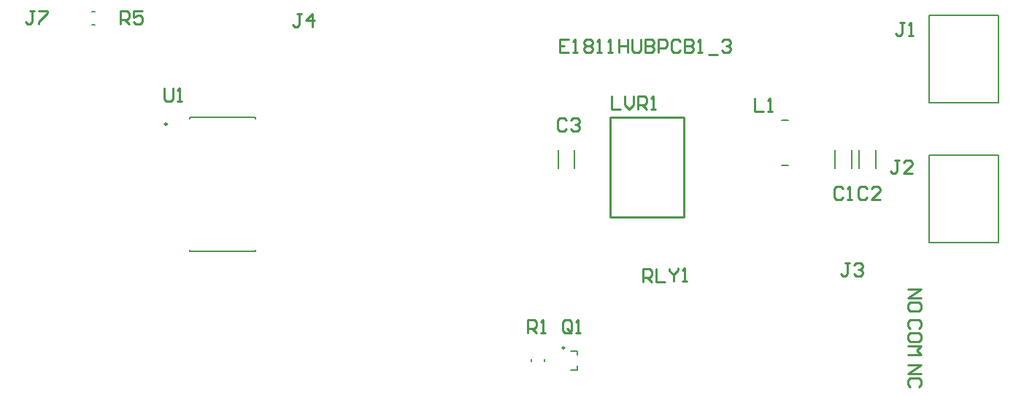
<source format=gto>
G04*
G04 #@! TF.GenerationSoftware,Altium Limited,Altium Designer,20.0.14 (345)*
G04*
G04 Layer_Color=65535*
%FSLAX25Y25*%
%MOIN*%
G70*
G01*
G75*
%ADD10C,0.00984*%
%ADD11C,0.00787*%
%ADD12C,0.01000*%
%ADD13C,0.00591*%
D10*
X67606Y125000D02*
G03*
X67606Y125000I-492J0D01*
G01*
X249153Y22709D02*
G03*
X249153Y22709I-492J0D01*
G01*
D11*
X78039Y127657D02*
Y128209D01*
Y66791D02*
Y67343D01*
Y66791D02*
X107961D01*
Y127657D02*
Y128209D01*
Y66791D02*
Y67343D01*
X78039Y128209D02*
X107961D01*
X391252Y104878D02*
Y113122D01*
X383748Y104878D02*
Y113122D01*
X380252Y104878D02*
Y113122D01*
X372748Y104878D02*
Y113122D01*
X348524Y106264D02*
X351476D01*
X348524Y126736D02*
X351476D01*
X253752Y104878D02*
Y113122D01*
X246248Y104878D02*
Y113122D01*
X415556Y175000D02*
X447445D01*
X415556Y135000D02*
X447445D01*
Y175000D01*
X415556Y135000D02*
Y175000D01*
Y111000D02*
X447445D01*
X415556Y71000D02*
X447445D01*
Y111000D01*
X415556Y71000D02*
Y111000D01*
X255157Y12669D02*
Y14441D01*
X252008Y12669D02*
X255157D01*
Y19559D02*
Y21331D01*
X252008D02*
X255157D01*
D12*
X270126Y82665D02*
X303590D01*
X270126D02*
Y128335D01*
X303590D01*
Y82665D02*
Y128335D01*
X66501Y141499D02*
Y136501D01*
X67501Y135501D01*
X69500D01*
X70500Y136501D01*
Y141499D01*
X72499Y135501D02*
X74499D01*
X73499D01*
Y141499D01*
X72499Y140499D01*
X250999Y163998D02*
X247000D01*
Y158000D01*
X250999D01*
X247000Y160999D02*
X248999D01*
X252998Y158000D02*
X254997D01*
X253998D01*
Y163998D01*
X252998Y162998D01*
X257996D02*
X258996Y163998D01*
X260996D01*
X261995Y162998D01*
Y161998D01*
X260996Y160999D01*
X261995Y159999D01*
Y158999D01*
X260996Y158000D01*
X258996D01*
X257996Y158999D01*
Y159999D01*
X258996Y160999D01*
X257996Y161998D01*
Y162998D01*
X258996Y160999D02*
X260996D01*
X263995Y158000D02*
X265994D01*
X264994D01*
Y163998D01*
X263995Y162998D01*
X268993Y158000D02*
X270992D01*
X269993D01*
Y163998D01*
X268993Y162998D01*
X273991Y163998D02*
Y158000D01*
Y160999D01*
X277990D01*
Y163998D01*
Y158000D01*
X279989Y163998D02*
Y158999D01*
X280989Y158000D01*
X282988D01*
X283988Y158999D01*
Y163998D01*
X285987D02*
Y158000D01*
X288986D01*
X289986Y158999D01*
Y159999D01*
X288986Y160999D01*
X285987D01*
X288986D01*
X289986Y161998D01*
Y162998D01*
X288986Y163998D01*
X285987D01*
X291985Y158000D02*
Y163998D01*
X294985D01*
X295984Y162998D01*
Y160999D01*
X294985Y159999D01*
X291985D01*
X301982Y162998D02*
X300982Y163998D01*
X298983D01*
X297984Y162998D01*
Y158999D01*
X298983Y158000D01*
X300982D01*
X301982Y158999D01*
X303982Y163998D02*
Y158000D01*
X306981D01*
X307980Y158999D01*
Y159999D01*
X306981Y160999D01*
X303982D01*
X306981D01*
X307980Y161998D01*
Y162998D01*
X306981Y163998D01*
X303982D01*
X309980Y158000D02*
X311979D01*
X310979D01*
Y163998D01*
X309980Y162998D01*
X314978Y157000D02*
X318977D01*
X320976Y162998D02*
X321976Y163998D01*
X323975D01*
X324975Y162998D01*
Y161998D01*
X323975Y160999D01*
X322975D01*
X323975D01*
X324975Y159999D01*
Y158999D01*
X323975Y158000D01*
X321976D01*
X320976Y158999D01*
X387500Y95499D02*
X386501Y96499D01*
X384501D01*
X383502Y95499D01*
Y91501D01*
X384501Y90501D01*
X386501D01*
X387500Y91501D01*
X393498Y90501D02*
X389500D01*
X393498Y94500D01*
Y95499D01*
X392499Y96499D01*
X390499D01*
X389500Y95499D01*
X270640Y137813D02*
Y131815D01*
X274639D01*
X276639Y137813D02*
Y133815D01*
X278638Y131815D01*
X280637Y133815D01*
Y137813D01*
X282637Y131815D02*
Y137813D01*
X285636D01*
X286635Y136814D01*
Y134814D01*
X285636Y133815D01*
X282637D01*
X284636D02*
X286635Y131815D01*
X288635D02*
X290634D01*
X289634D01*
Y137813D01*
X288635Y136814D01*
X376500Y95499D02*
X375500Y96499D01*
X373501D01*
X372501Y95499D01*
Y91501D01*
X373501Y90501D01*
X375500D01*
X376500Y91501D01*
X378499Y90501D02*
X380499D01*
X379499D01*
Y96499D01*
X378499Y95499D01*
X336100Y136898D02*
Y130900D01*
X340099D01*
X342098D02*
X344097D01*
X343098D01*
Y136898D01*
X342098Y135898D01*
X249899Y126698D02*
X248899Y127698D01*
X246900D01*
X245900Y126698D01*
Y122700D01*
X246900Y121700D01*
X248899D01*
X249899Y122700D01*
X251898Y126698D02*
X252898Y127698D01*
X254897D01*
X255897Y126698D01*
Y125699D01*
X254897Y124699D01*
X253897D01*
X254897D01*
X255897Y123699D01*
Y122700D01*
X254897Y121700D01*
X252898D01*
X251898Y122700D01*
X406000Y49500D02*
X411998D01*
X406000Y45501D01*
X411998D01*
Y40503D02*
Y42502D01*
X410998Y43502D01*
X407000D01*
X406000Y42502D01*
Y40503D01*
X407000Y39503D01*
X410998D01*
X411998Y40503D01*
X410998Y31501D02*
X411998Y32501D01*
Y34500D01*
X410998Y35500D01*
X407000D01*
X406000Y34500D01*
Y32501D01*
X407000Y31501D01*
X411998Y26503D02*
Y28502D01*
X410998Y29502D01*
X407000D01*
X406000Y28502D01*
Y26503D01*
X407000Y25503D01*
X410998D01*
X411998Y26503D01*
X406000Y23504D02*
X411998D01*
X409999Y21505D01*
X411998Y19505D01*
X406000D01*
Y15000D02*
X411998D01*
X406000Y11001D01*
X411998D01*
X410998Y5003D02*
X411998Y6003D01*
Y8002D01*
X410998Y9002D01*
X407000D01*
X406000Y8002D01*
Y6003D01*
X407000Y5003D01*
X128899Y175598D02*
X126899D01*
X127899D01*
Y170600D01*
X126899Y169600D01*
X125900D01*
X124900Y170600D01*
X133897Y169600D02*
Y175598D01*
X130898Y172599D01*
X134897D01*
X402000Y108499D02*
X400001D01*
X401001D01*
Y103501D01*
X400001Y102501D01*
X399001D01*
X398002Y103501D01*
X407998Y102501D02*
X404000D01*
X407998Y106500D01*
Y107499D01*
X406999Y108499D01*
X404999D01*
X404000Y107499D01*
X285012Y52972D02*
X284995Y58970D01*
X287994Y58979D01*
X288996Y57982D01*
X289002Y55983D01*
X288005Y54980D01*
X285006Y54972D01*
X287005Y54977D02*
X289011Y52984D01*
X290993Y58987D02*
X291010Y52990D01*
X295009Y53001D01*
X296991Y59005D02*
X296994Y58005D01*
X298999Y56011D01*
X300992Y58017D01*
X300989Y59016D01*
X298999Y56011D02*
X299007Y53013D01*
X303006Y53024D02*
X305005Y53030D01*
X304006Y53027D01*
X303989Y59025D01*
X302992Y58022D01*
X46502Y171001D02*
Y176999D01*
X49501D01*
X50500Y175999D01*
Y174000D01*
X49501Y173000D01*
X46502D01*
X48501D02*
X50500Y171001D01*
X56498Y176999D02*
X52500D01*
Y174000D01*
X54499Y175000D01*
X55499D01*
X56498Y174000D01*
Y172001D01*
X55499Y171001D01*
X53499D01*
X52500Y172001D01*
X232501Y29501D02*
Y35499D01*
X235500D01*
X236500Y34499D01*
Y32500D01*
X235500Y31500D01*
X232501D01*
X234501D02*
X236500Y29501D01*
X238499D02*
X240499D01*
X239499D01*
Y35499D01*
X238499Y34499D01*
X252500Y30501D02*
Y34499D01*
X251500Y35499D01*
X249501D01*
X248501Y34499D01*
Y30501D01*
X249501Y29501D01*
X251500D01*
X250501Y31500D02*
X252500Y29501D01*
X251500D02*
X252500Y30501D01*
X254499Y29501D02*
X256499D01*
X255499D01*
Y35499D01*
X254499Y34499D01*
X7000Y176999D02*
X5001D01*
X6001D01*
Y172001D01*
X5001Y171001D01*
X4001D01*
X3002Y172001D01*
X9000Y176999D02*
X12998D01*
Y175999D01*
X9000Y172001D01*
Y171001D01*
X379500Y61499D02*
X377501D01*
X378501D01*
Y56501D01*
X377501Y55501D01*
X376501D01*
X375502Y56501D01*
X381500Y60499D02*
X382499Y61499D01*
X384499D01*
X385498Y60499D01*
Y59500D01*
X384499Y58500D01*
X383499D01*
X384499D01*
X385498Y57500D01*
Y56501D01*
X384499Y55501D01*
X382499D01*
X381500Y56501D01*
X404500Y171499D02*
X402501D01*
X403500D01*
Y166501D01*
X402501Y165501D01*
X401501D01*
X400501Y166501D01*
X406499Y165501D02*
X408499D01*
X407499D01*
Y171499D01*
X406499Y170499D01*
D13*
X33409Y176453D02*
X34591D01*
X33409Y170547D02*
X34591D01*
X239953Y16409D02*
Y17591D01*
X234047Y16409D02*
Y17591D01*
M02*

</source>
